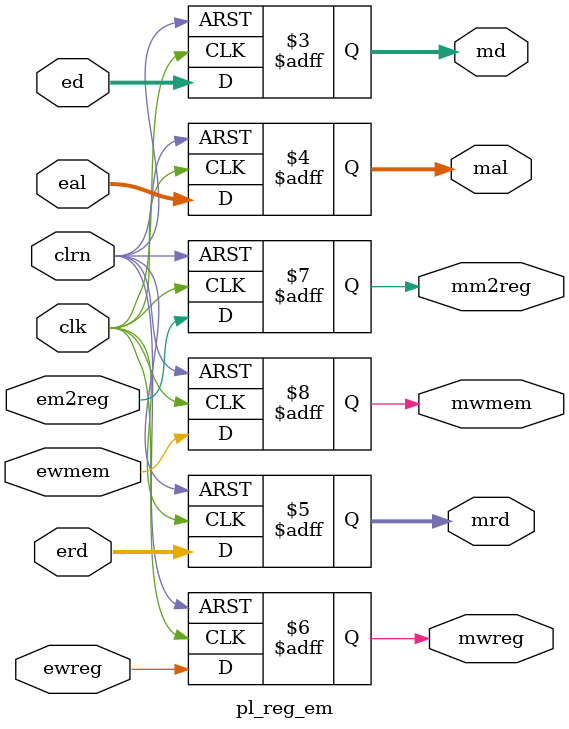
<source format=v>
module pl_reg_em(ewreg,em2reg,ewmem,eal,ed,erd,clk,clrn,
                 mwreg,mm2reg,mwmem,mal,md,mrd);
    input  [31:0] eal, ed;
    input  [4:0] erd;
    input  ewreg, em2reg, ewmem, clk, clrn;
    output reg [31:0] md, mal;
    output reg [4:0] mrd;
    output reg mwreg, mm2reg, mwmem;

    always @(posedge clk or negedge clrn)
    begin
        if(!clrn)
        begin
            md     <= 32'b0;
            mal    <= 32'b0;
            mrd    <= 5'b0;
            mwreg  <= 1'b0;
            mm2reg <= 1'b0;
            mwmem  <= 1'b0;
        end

        else
        begin 
            md     <= ed;
            mal    <= eal;
            mrd    <= erd;
            mwreg  <= ewreg;
            mm2reg <= em2reg;
            mwmem  <= ewmem;
        end
    end
endmodule            

    
</source>
